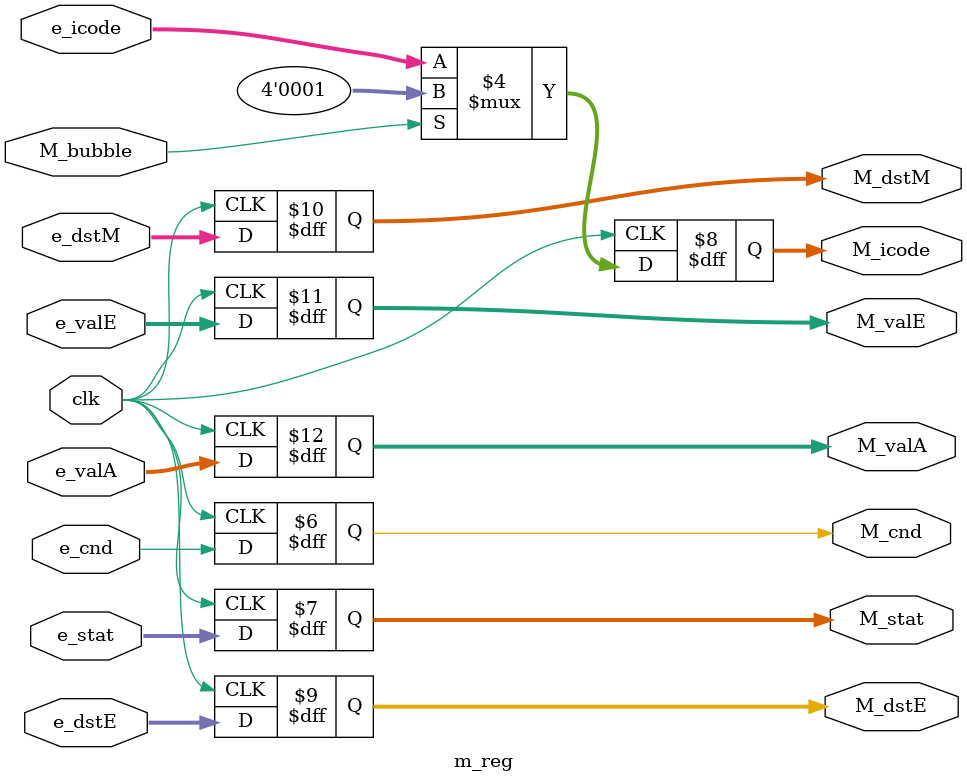
<source format=v>
module m_reg(clk, e_stat, M_stat, e_icode, M_icode, e_cnd, M_cnd, e_valE, M_valE, e_valA, M_valA, e_dstE, M_dstE, e_dstM, M_dstM,M_bubble);

input clk,M_bubble;

input [3:0] e_icode, e_dstE, e_dstM;
input [63:0] e_valE, e_valA;
input [3:0] e_stat;
input  e_cnd;

output reg M_cnd;
output reg [3:0] M_stat, M_icode, M_dstE, M_dstM; 
output reg [63:0] M_valE, M_valA;


always@(posedge clk)
    begin
        if(!M_bubble)begin
            M_icode <= e_icode;
        end
        else
            M_icode <= 4'b1;
            
        M_stat <= e_stat;
        M_cnd <= e_cnd;
        M_valE <= e_valE;
        M_valA <= e_valA;
        M_dstE <= e_dstE;
        M_dstM <= e_dstM;
    end
    
endmodule

</source>
